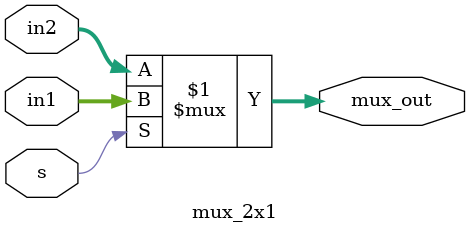
<source format=sv>
module mux_2x1  #(parameter BITS = 32)(
	input logic [BITS-1:0] in1, in2,
	input logic s,
	output logic [BITS-1:0] mux_out
);

assign mux_out = s ? in1 : in2;

endmodule

</source>
